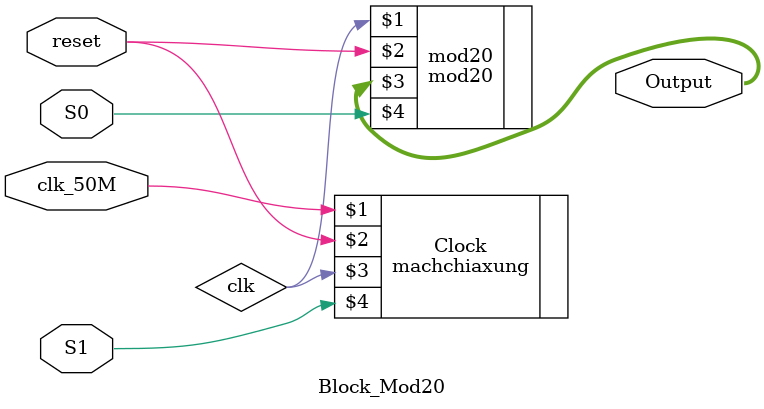
<source format=v>
`timescale 1ns / 1ps
module Block_Mod20(clk_50M, S0, S1, reset, Output);
input clk_50M, S0, S1, reset;
output wire [4:0] Output;
wire clk;
machchiaxung Clock (clk_50M, reset, clk, S1);
mod20 mod20 (clk, reset, Output, S0);

endmodule

</source>
